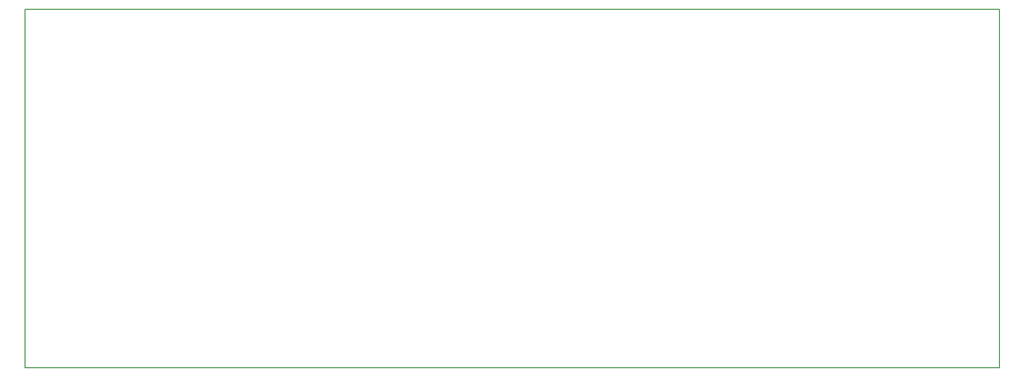
<source format=gbr>
G04 (created by PCBNEW (2013-05-31 BZR 4019)-stable) date 4/29/2014 5:18:13 PM*
%MOIN*%
G04 Gerber Fmt 3.4, Leading zero omitted, Abs format*
%FSLAX34Y34*%
G01*
G70*
G90*
G04 APERTURE LIST*
%ADD10C,0.00393701*%
%ADD11C,0.00590551*%
G04 APERTURE END LIST*
G54D10*
G54D11*
X83200Y-22800D02*
X81400Y-22800D01*
X83200Y-47200D02*
X83200Y-22800D01*
X81600Y-47200D02*
X83200Y-47200D01*
X81600Y-47200D02*
X17000Y-47200D01*
X17000Y-22800D02*
X81600Y-22800D01*
X17000Y-47200D02*
X17000Y-22800D01*
M02*

</source>
